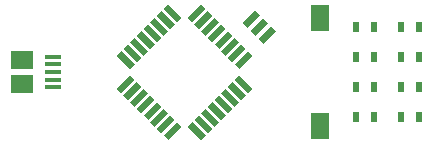
<source format=gbr>
G04 #@! TF.FileFunction,Paste,Top*
%FSLAX46Y46*%
G04 Gerber Fmt 4.6, Leading zero omitted, Abs format (unit mm)*
G04 Created by KiCad (PCBNEW 4.0.7) date 05/30/18 02:56:49*
%MOMM*%
%LPD*%
G01*
G04 APERTURE LIST*
%ADD10C,0.100000*%
%ADD11R,1.900000X1.500000*%
%ADD12R,1.350000X0.400000*%
%ADD13R,0.600000X0.900000*%
%ADD14R,1.600000X2.180000*%
G04 APERTURE END LIST*
D10*
D11*
X1428000Y-9890000D03*
D12*
X4128000Y-8240000D03*
X4128000Y-7590000D03*
X4128000Y-10190000D03*
X4128000Y-9540000D03*
X4128000Y-8890000D03*
D11*
X1428000Y-7890000D03*
D13*
X33540000Y-7620000D03*
X35040000Y-7620000D03*
X33540000Y-5080000D03*
X35040000Y-5080000D03*
X33540000Y-10160000D03*
X35040000Y-10160000D03*
X33540000Y-12700000D03*
X35040000Y-12700000D03*
X31230000Y-7620000D03*
X29730000Y-7620000D03*
X31230000Y-5080000D03*
X29730000Y-5080000D03*
X29730000Y-10160000D03*
X31230000Y-10160000D03*
X29730000Y-12700000D03*
X31230000Y-12700000D03*
D14*
X26670000Y-13480000D03*
X26670000Y-4300000D03*
D10*
G36*
X20596334Y-7104555D02*
X20985243Y-7493464D01*
X19853872Y-8624835D01*
X19464963Y-8235926D01*
X20596334Y-7104555D01*
X20596334Y-7104555D01*
G37*
G36*
X20030648Y-6538870D02*
X20419557Y-6927779D01*
X19288186Y-8059150D01*
X18899277Y-7670241D01*
X20030648Y-6538870D01*
X20030648Y-6538870D01*
G37*
G36*
X19464963Y-5973184D02*
X19853872Y-6362093D01*
X18722501Y-7493464D01*
X18333592Y-7104555D01*
X19464963Y-5973184D01*
X19464963Y-5973184D01*
G37*
G36*
X18899278Y-5407499D02*
X19288187Y-5796408D01*
X18156816Y-6927779D01*
X17767907Y-6538870D01*
X18899278Y-5407499D01*
X18899278Y-5407499D01*
G37*
G36*
X18333592Y-4841813D02*
X18722501Y-5230722D01*
X17591130Y-6362093D01*
X17202221Y-5973184D01*
X18333592Y-4841813D01*
X18333592Y-4841813D01*
G37*
G36*
X17767907Y-4276128D02*
X18156816Y-4665037D01*
X17025445Y-5796408D01*
X16636536Y-5407499D01*
X17767907Y-4276128D01*
X17767907Y-4276128D01*
G37*
G36*
X17202221Y-3710443D02*
X17591130Y-4099352D01*
X16459759Y-5230723D01*
X16070850Y-4841814D01*
X17202221Y-3710443D01*
X17202221Y-3710443D01*
G37*
G36*
X16636536Y-3144757D02*
X17025445Y-3533666D01*
X15894074Y-4665037D01*
X15505165Y-4276128D01*
X16636536Y-3144757D01*
X16636536Y-3144757D01*
G37*
G36*
X13454555Y-3533666D02*
X13843464Y-3144757D01*
X14974835Y-4276128D01*
X14585926Y-4665037D01*
X13454555Y-3533666D01*
X13454555Y-3533666D01*
G37*
G36*
X12888870Y-4099352D02*
X13277779Y-3710443D01*
X14409150Y-4841814D01*
X14020241Y-5230723D01*
X12888870Y-4099352D01*
X12888870Y-4099352D01*
G37*
G36*
X12323184Y-4665037D02*
X12712093Y-4276128D01*
X13843464Y-5407499D01*
X13454555Y-5796408D01*
X12323184Y-4665037D01*
X12323184Y-4665037D01*
G37*
G36*
X11757499Y-5230722D02*
X12146408Y-4841813D01*
X13277779Y-5973184D01*
X12888870Y-6362093D01*
X11757499Y-5230722D01*
X11757499Y-5230722D01*
G37*
G36*
X11191813Y-5796408D02*
X11580722Y-5407499D01*
X12712093Y-6538870D01*
X12323184Y-6927779D01*
X11191813Y-5796408D01*
X11191813Y-5796408D01*
G37*
G36*
X10626128Y-6362093D02*
X11015037Y-5973184D01*
X12146408Y-7104555D01*
X11757499Y-7493464D01*
X10626128Y-6362093D01*
X10626128Y-6362093D01*
G37*
G36*
X10060443Y-6927779D02*
X10449352Y-6538870D01*
X11580723Y-7670241D01*
X11191814Y-8059150D01*
X10060443Y-6927779D01*
X10060443Y-6927779D01*
G37*
G36*
X9494757Y-7493464D02*
X9883666Y-7104555D01*
X11015037Y-8235926D01*
X10626128Y-8624835D01*
X9494757Y-7493464D01*
X9494757Y-7493464D01*
G37*
G36*
X10626128Y-9155165D02*
X11015037Y-9544074D01*
X9883666Y-10675445D01*
X9494757Y-10286536D01*
X10626128Y-9155165D01*
X10626128Y-9155165D01*
G37*
G36*
X11191814Y-9720850D02*
X11580723Y-10109759D01*
X10449352Y-11241130D01*
X10060443Y-10852221D01*
X11191814Y-9720850D01*
X11191814Y-9720850D01*
G37*
G36*
X11757499Y-10286536D02*
X12146408Y-10675445D01*
X11015037Y-11806816D01*
X10626128Y-11417907D01*
X11757499Y-10286536D01*
X11757499Y-10286536D01*
G37*
G36*
X12323184Y-10852221D02*
X12712093Y-11241130D01*
X11580722Y-12372501D01*
X11191813Y-11983592D01*
X12323184Y-10852221D01*
X12323184Y-10852221D01*
G37*
G36*
X12888870Y-11417907D02*
X13277779Y-11806816D01*
X12146408Y-12938187D01*
X11757499Y-12549278D01*
X12888870Y-11417907D01*
X12888870Y-11417907D01*
G37*
G36*
X13454555Y-11983592D02*
X13843464Y-12372501D01*
X12712093Y-13503872D01*
X12323184Y-13114963D01*
X13454555Y-11983592D01*
X13454555Y-11983592D01*
G37*
G36*
X14020241Y-12549277D02*
X14409150Y-12938186D01*
X13277779Y-14069557D01*
X12888870Y-13680648D01*
X14020241Y-12549277D01*
X14020241Y-12549277D01*
G37*
G36*
X14585926Y-13114963D02*
X14974835Y-13503872D01*
X13843464Y-14635243D01*
X13454555Y-14246334D01*
X14585926Y-13114963D01*
X14585926Y-13114963D01*
G37*
G36*
X15505165Y-13503872D02*
X15894074Y-13114963D01*
X17025445Y-14246334D01*
X16636536Y-14635243D01*
X15505165Y-13503872D01*
X15505165Y-13503872D01*
G37*
G36*
X16070850Y-12938186D02*
X16459759Y-12549277D01*
X17591130Y-13680648D01*
X17202221Y-14069557D01*
X16070850Y-12938186D01*
X16070850Y-12938186D01*
G37*
G36*
X16636536Y-12372501D02*
X17025445Y-11983592D01*
X18156816Y-13114963D01*
X17767907Y-13503872D01*
X16636536Y-12372501D01*
X16636536Y-12372501D01*
G37*
G36*
X17202221Y-11806816D02*
X17591130Y-11417907D01*
X18722501Y-12549278D01*
X18333592Y-12938187D01*
X17202221Y-11806816D01*
X17202221Y-11806816D01*
G37*
G36*
X17767907Y-11241130D02*
X18156816Y-10852221D01*
X19288187Y-11983592D01*
X18899278Y-12372501D01*
X17767907Y-11241130D01*
X17767907Y-11241130D01*
G37*
G36*
X18333592Y-10675445D02*
X18722501Y-10286536D01*
X19853872Y-11417907D01*
X19464963Y-11806816D01*
X18333592Y-10675445D01*
X18333592Y-10675445D01*
G37*
G36*
X18899277Y-10109759D02*
X19288186Y-9720850D01*
X20419557Y-10852221D01*
X20030648Y-11241130D01*
X18899277Y-10109759D01*
X18899277Y-10109759D01*
G37*
G36*
X19464963Y-9544074D02*
X19853872Y-9155165D01*
X20985243Y-10286536D01*
X20596334Y-10675445D01*
X19464963Y-9544074D01*
X19464963Y-9544074D01*
G37*
G36*
X20175787Y-4726447D02*
X21236447Y-3665787D01*
X21660711Y-4090051D01*
X20600051Y-5150711D01*
X20175787Y-4726447D01*
X20175787Y-4726447D01*
G37*
G36*
X20847538Y-5398198D02*
X21908198Y-4337538D01*
X22332462Y-4761802D01*
X21271802Y-5822462D01*
X20847538Y-5398198D01*
X20847538Y-5398198D01*
G37*
G36*
X21519289Y-6069949D02*
X22579949Y-5009289D01*
X23004213Y-5433553D01*
X21943553Y-6494213D01*
X21519289Y-6069949D01*
X21519289Y-6069949D01*
G37*
M02*

</source>
